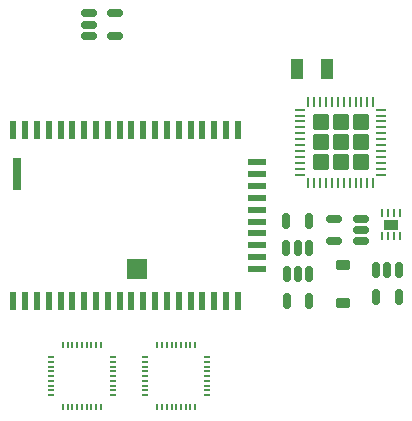
<source format=gbr>
%TF.GenerationSoftware,KiCad,Pcbnew,7.0.1*%
%TF.CreationDate,2023-04-30T22:37:30+01:00*%
%TF.ProjectId,left_main,6c656674-5f6d-4616-996e-2e6b69636164,rev?*%
%TF.SameCoordinates,Original*%
%TF.FileFunction,Paste,Bot*%
%TF.FilePolarity,Positive*%
%FSLAX46Y46*%
G04 Gerber Fmt 4.6, Leading zero omitted, Abs format (unit mm)*
G04 Created by KiCad (PCBNEW 7.0.1) date 2023-04-30 22:37:30*
%MOMM*%
%LPD*%
G01*
G04 APERTURE LIST*
G04 Aperture macros list*
%AMRoundRect*
0 Rectangle with rounded corners*
0 $1 Rounding radius*
0 $2 $3 $4 $5 $6 $7 $8 $9 X,Y pos of 4 corners*
0 Add a 4 corners polygon primitive as box body*
4,1,4,$2,$3,$4,$5,$6,$7,$8,$9,$2,$3,0*
0 Add four circle primitives for the rounded corners*
1,1,$1+$1,$2,$3*
1,1,$1+$1,$4,$5*
1,1,$1+$1,$6,$7*
1,1,$1+$1,$8,$9*
0 Add four rect primitives between the rounded corners*
20,1,$1+$1,$2,$3,$4,$5,0*
20,1,$1+$1,$4,$5,$6,$7,0*
20,1,$1+$1,$6,$7,$8,$9,0*
20,1,$1+$1,$8,$9,$2,$3,0*%
G04 Aperture macros list end*
%ADD10R,0.600000X1.500000*%
%ADD11R,1.500000X0.600000*%
%ADD12R,0.760000X2.790000*%
%ADD13R,1.780000X1.780000*%
%ADD14O,0.650000X0.200000*%
%ADD15O,0.200000X0.650000*%
%ADD16R,1.000000X1.800000*%
%ADD17RoundRect,0.250000X-0.435000X0.435000X-0.435000X-0.435000X0.435000X-0.435000X0.435000X0.435000X0*%
%ADD18RoundRect,0.062500X-0.062500X0.375000X-0.062500X-0.375000X0.062500X-0.375000X0.062500X0.375000X0*%
%ADD19RoundRect,0.062500X-0.375000X0.062500X-0.375000X-0.062500X0.375000X-0.062500X0.375000X0.062500X0*%
%ADD20RoundRect,0.225000X0.375000X-0.225000X0.375000X0.225000X-0.375000X0.225000X-0.375000X-0.225000X0*%
%ADD21RoundRect,0.150000X-0.150000X0.512500X-0.150000X-0.512500X0.150000X-0.512500X0.150000X0.512500X0*%
%ADD22RoundRect,0.150000X0.150000X-0.512500X0.150000X0.512500X-0.150000X0.512500X-0.150000X-0.512500X0*%
%ADD23RoundRect,0.150000X-0.512500X-0.150000X0.512500X-0.150000X0.512500X0.150000X-0.512500X0.150000X0*%
%ADD24R,0.254000X0.711200*%
%ADD25R,1.295400X0.889000*%
%ADD26RoundRect,0.150000X0.512500X0.150000X-0.512500X0.150000X-0.512500X-0.150000X0.512500X-0.150000X0*%
G04 APERTURE END LIST*
D10*
%TO.C,U1*%
X56130000Y-41760000D03*
X57130000Y-41760000D03*
X58130000Y-41760000D03*
X59130000Y-41760000D03*
X60130000Y-41760000D03*
X61130000Y-41760000D03*
X62130000Y-41760000D03*
X63130000Y-41760000D03*
X64130000Y-41760000D03*
X65130000Y-41760000D03*
X66130000Y-41760000D03*
X67130000Y-41760000D03*
X68130000Y-41760000D03*
X69130000Y-41760000D03*
X70130000Y-41760000D03*
X71130000Y-41760000D03*
X72130000Y-41760000D03*
X73130000Y-41760000D03*
X74130000Y-41760000D03*
X75130000Y-41760000D03*
D11*
X76780000Y-44510000D03*
X76780000Y-45510000D03*
X76780000Y-46510000D03*
X76780000Y-47510000D03*
X76780000Y-48510000D03*
X76780000Y-49510000D03*
X76780000Y-50510000D03*
X76780000Y-51510000D03*
X76780000Y-52510000D03*
X76780000Y-53510000D03*
D10*
X75130000Y-56260000D03*
X74130000Y-56260000D03*
X73130000Y-56260000D03*
X72130000Y-56260000D03*
X71130000Y-56260000D03*
X70130000Y-56260000D03*
X69130000Y-56260000D03*
X68130000Y-56260000D03*
X67130000Y-56260000D03*
X66130000Y-56260000D03*
X65130000Y-56260000D03*
X64130000Y-56260000D03*
X63130000Y-56260000D03*
X62130000Y-56260000D03*
X61130000Y-56260000D03*
X60130000Y-56260000D03*
X59130000Y-56260000D03*
X58130000Y-56260000D03*
X57130000Y-56260000D03*
D12*
X56450000Y-45470000D03*
D13*
X66560000Y-53530000D03*
D10*
X56130000Y-56260000D03*
%TD*%
D14*
%TO.C,IC1*%
X67296428Y-64200000D03*
X67296428Y-63800000D03*
X67296428Y-63400000D03*
X67296428Y-63000000D03*
X67296428Y-62600000D03*
X67296428Y-62200000D03*
X67296428Y-61800000D03*
X67296428Y-61400000D03*
X67296428Y-61000000D03*
D15*
X68321428Y-59975000D03*
X68721428Y-59975000D03*
X69121428Y-59975000D03*
X69521428Y-59975000D03*
X69921428Y-59975000D03*
X70321428Y-59975000D03*
X70721428Y-59975000D03*
X71121428Y-59975000D03*
X71521428Y-59975000D03*
D14*
X72546428Y-61000000D03*
X72546428Y-61400000D03*
X72546428Y-61800000D03*
X72546428Y-62200000D03*
X72546428Y-62600000D03*
X72546428Y-63000000D03*
X72546428Y-63400000D03*
X72546428Y-63800000D03*
X72546428Y-64200000D03*
D15*
X71521428Y-65225000D03*
X71121428Y-65225000D03*
X70721428Y-65225000D03*
X70321428Y-65225000D03*
X69921428Y-65225000D03*
X69521428Y-65225000D03*
X69121428Y-65225000D03*
X68721428Y-65225000D03*
X68321428Y-65225000D03*
%TD*%
D16*
%TO.C,Y1*%
X80176500Y-36566500D03*
X82676500Y-36566500D03*
%TD*%
D17*
%TO.C,U2*%
X85548000Y-41090500D03*
X83848000Y-41090500D03*
X82148000Y-41090500D03*
X85548000Y-42790500D03*
X83848000Y-42790500D03*
X82148000Y-42790500D03*
X85548000Y-44490500D03*
X83848000Y-44490500D03*
X82148000Y-44490500D03*
D18*
X81098000Y-39353000D03*
X81598000Y-39353000D03*
X82098000Y-39353000D03*
X82598000Y-39353000D03*
X83098000Y-39353000D03*
X83598000Y-39353000D03*
X84098000Y-39353000D03*
X84598000Y-39353000D03*
X85098000Y-39353000D03*
X85598000Y-39353000D03*
X86098000Y-39353000D03*
X86598000Y-39353000D03*
D19*
X87285500Y-40040500D03*
X87285500Y-40540500D03*
X87285500Y-41040500D03*
X87285500Y-41540500D03*
X87285500Y-42040500D03*
X87285500Y-42540500D03*
X87285500Y-43040500D03*
X87285500Y-43540500D03*
X87285500Y-44040500D03*
X87285500Y-44540500D03*
X87285500Y-45040500D03*
X87285500Y-45540500D03*
D18*
X86598000Y-46228000D03*
X86098000Y-46228000D03*
X85598000Y-46228000D03*
X85098000Y-46228000D03*
X84598000Y-46228000D03*
X84098000Y-46228000D03*
X83598000Y-46228000D03*
X83098000Y-46228000D03*
X82598000Y-46228000D03*
X82098000Y-46228000D03*
X81598000Y-46228000D03*
X81098000Y-46228000D03*
D19*
X80410500Y-45540500D03*
X80410500Y-45040500D03*
X80410500Y-44540500D03*
X80410500Y-44040500D03*
X80410500Y-43540500D03*
X80410500Y-43040500D03*
X80410500Y-42540500D03*
X80410500Y-42040500D03*
X80410500Y-41540500D03*
X80410500Y-41040500D03*
X80410500Y-40540500D03*
X80410500Y-40040500D03*
%TD*%
D20*
%TO.C,D2*%
X84000000Y-56450000D03*
X84000000Y-53150000D03*
%TD*%
D21*
%TO.C,U6*%
X79300000Y-53925000D03*
X80250000Y-53925000D03*
X81200000Y-53925000D03*
X81200000Y-56200000D03*
X79300000Y-56200000D03*
%TD*%
D22*
%TO.C,U7*%
X81150000Y-51737500D03*
X80200000Y-51737500D03*
X79250000Y-51737500D03*
X79250000Y-49462500D03*
X81150000Y-49462500D03*
%TD*%
D21*
%TO.C,U3*%
X86850000Y-53627500D03*
X87800000Y-53627500D03*
X88750000Y-53627500D03*
X88750000Y-55902500D03*
X86850000Y-55902500D03*
%TD*%
D23*
%TO.C,U8*%
X62495000Y-33782000D03*
X62495000Y-32832000D03*
X62495000Y-31882000D03*
X64770000Y-31882000D03*
X64770000Y-33782000D03*
%TD*%
D24*
%TO.C,U5*%
X88876002Y-50774600D03*
X88376001Y-50774600D03*
X87876001Y-50774600D03*
X87376000Y-50774600D03*
X87376000Y-48768000D03*
X87876001Y-48768000D03*
X88376001Y-48768000D03*
X88876002Y-48768000D03*
D25*
X88126001Y-49771300D03*
%TD*%
D14*
%TO.C,IC2*%
X64550000Y-61000000D03*
X64550000Y-61400000D03*
X64550000Y-61800000D03*
X64550000Y-62200000D03*
X64550000Y-62600000D03*
X64550000Y-63000000D03*
X64550000Y-63400000D03*
X64550000Y-63800000D03*
X64550000Y-64200000D03*
D15*
X63525000Y-65225000D03*
X63125000Y-65225000D03*
X62725000Y-65225000D03*
X62325000Y-65225000D03*
X61925000Y-65225000D03*
X61525000Y-65225000D03*
X61125000Y-65225000D03*
X60725000Y-65225000D03*
X60325000Y-65225000D03*
D14*
X59300000Y-64200000D03*
X59300000Y-63800000D03*
X59300000Y-63400000D03*
X59300000Y-63000000D03*
X59300000Y-62600000D03*
X59300000Y-62200000D03*
X59300000Y-61800000D03*
X59300000Y-61400000D03*
X59300000Y-61000000D03*
D15*
X60325000Y-59975000D03*
X60725000Y-59975000D03*
X61125000Y-59975000D03*
X61525000Y-59975000D03*
X61925000Y-59975000D03*
X62325000Y-59975000D03*
X62725000Y-59975000D03*
X63125000Y-59975000D03*
X63525000Y-59975000D03*
%TD*%
D26*
%TO.C,U4*%
X85537500Y-49300000D03*
X85537500Y-50250000D03*
X85537500Y-51200000D03*
X83262500Y-51200000D03*
X83262500Y-49300000D03*
%TD*%
M02*

</source>
